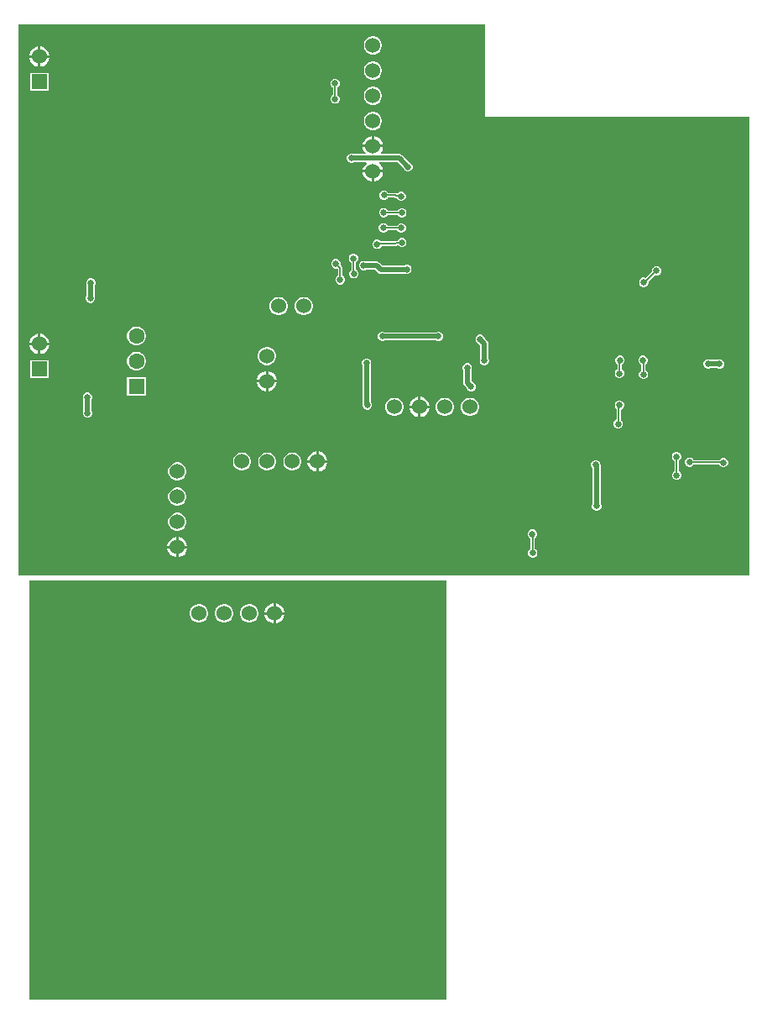
<source format=gbl>
G04*
G04 #@! TF.GenerationSoftware,Altium Limited,Altium Designer,22.9.1 (49)*
G04*
G04 Layer_Physical_Order=2*
G04 Layer_Color=16711680*
%FSLAX44Y44*%
%MOMM*%
G71*
G04*
G04 #@! TF.SameCoordinates,0914E3C7-33D6-4C2E-B1A8-6EB065383EFC*
G04*
G04*
G04 #@! TF.FilePolarity,Positive*
G04*
G01*
G75*
%ADD10C,0.1524*%
%ADD14C,0.5080*%
%ADD138C,1.5240*%
%ADD139O,0.8128X1.3000*%
%ADD140O,1.5500X0.8128*%
%ADD141R,1.5240X1.5240*%
%ADD142C,1.6000*%
%ADD143R,1.6000X1.6000*%
%ADD144C,0.6350*%
%ADD145C,0.5588*%
%ADD146C,0.5000*%
G36*
X436314Y430530D02*
Y9710D01*
X15240D01*
X15240Y10980D01*
Y431800D01*
X436314D01*
X436314Y430530D01*
D02*
G37*
G36*
X474980Y899160D02*
X741680D01*
Y436880D01*
X4144D01*
Y992876D01*
X474980D01*
Y899160D01*
D02*
G37*
%LPC*%
G36*
X263974Y409194D02*
X263906D01*
Y400304D01*
X272796D01*
Y400372D01*
X272104Y402956D01*
X270766Y405272D01*
X268874Y407164D01*
X266558Y408502D01*
X263974Y409194D01*
D02*
G37*
G36*
X261366D02*
X261298D01*
X258714Y408502D01*
X256398Y407164D01*
X254506Y405272D01*
X253168Y402956D01*
X252476Y400372D01*
Y400304D01*
X261366D01*
Y409194D01*
D02*
G37*
G36*
X238440Y408178D02*
X236032D01*
X233706Y407555D01*
X231621Y406351D01*
X229919Y404649D01*
X228715Y402564D01*
X228092Y400238D01*
Y397830D01*
X228715Y395504D01*
X229919Y393419D01*
X231621Y391717D01*
X233706Y390513D01*
X236032Y389890D01*
X238440D01*
X240765Y390513D01*
X242850Y391717D01*
X244553Y393419D01*
X245757Y395504D01*
X246380Y397830D01*
Y400238D01*
X245757Y402564D01*
X244553Y404649D01*
X242850Y406351D01*
X240765Y407555D01*
X238440Y408178D01*
D02*
G37*
G36*
X213040D02*
X210632D01*
X208307Y407555D01*
X206222Y406351D01*
X204519Y404649D01*
X203315Y402564D01*
X202692Y400238D01*
Y397830D01*
X203315Y395504D01*
X204519Y393419D01*
X206222Y391717D01*
X208307Y390513D01*
X210632Y389890D01*
X213040D01*
X215366Y390513D01*
X217451Y391717D01*
X219153Y393419D01*
X220357Y395504D01*
X220980Y397830D01*
Y400238D01*
X220357Y402564D01*
X219153Y404649D01*
X217451Y406351D01*
X215366Y407555D01*
X213040Y408178D01*
D02*
G37*
G36*
X187640D02*
X185232D01*
X182906Y407555D01*
X180821Y406351D01*
X179119Y404649D01*
X177915Y402564D01*
X177292Y400238D01*
Y397830D01*
X177915Y395504D01*
X179119Y393419D01*
X180821Y391717D01*
X182906Y390513D01*
X185232Y389890D01*
X187640D01*
X189965Y390513D01*
X192050Y391717D01*
X193753Y393419D01*
X194957Y395504D01*
X195580Y397830D01*
Y400238D01*
X194957Y402564D01*
X193753Y404649D01*
X192050Y406351D01*
X189965Y407555D01*
X187640Y408178D01*
D02*
G37*
G36*
X272796Y397764D02*
X263906D01*
Y388874D01*
X263974D01*
X266558Y389566D01*
X268874Y390904D01*
X270766Y392796D01*
X272104Y395112D01*
X272796Y397696D01*
Y397764D01*
D02*
G37*
G36*
X261366D02*
X252476D01*
Y397696D01*
X253168Y395112D01*
X254506Y392796D01*
X256398Y390904D01*
X258714Y389566D01*
X261298Y388874D01*
X261366D01*
Y397764D01*
D02*
G37*
G36*
X363154Y980694D02*
X360746D01*
X358420Y980071D01*
X356335Y978867D01*
X354633Y977165D01*
X353429Y975079D01*
X352806Y972754D01*
Y970346D01*
X353429Y968020D01*
X354633Y965936D01*
X356335Y964233D01*
X358420Y963029D01*
X360746Y962406D01*
X363154D01*
X365480Y963029D01*
X367565Y964233D01*
X369267Y965936D01*
X370471Y968020D01*
X371094Y970346D01*
Y972754D01*
X370471Y975079D01*
X369267Y977165D01*
X367565Y978867D01*
X365480Y980071D01*
X363154Y980694D01*
D02*
G37*
G36*
X26738Y970280D02*
X26670D01*
Y961390D01*
X35560D01*
Y961458D01*
X34868Y964042D01*
X33530Y966358D01*
X31638Y968250D01*
X29322Y969588D01*
X26738Y970280D01*
D02*
G37*
G36*
X24130D02*
X24062D01*
X21478Y969588D01*
X19162Y968250D01*
X17270Y966358D01*
X15932Y964042D01*
X15240Y961458D01*
Y961390D01*
X24130D01*
Y970280D01*
D02*
G37*
G36*
X35560Y958850D02*
X26670D01*
Y949960D01*
X26738D01*
X29322Y950652D01*
X31638Y951990D01*
X33530Y953882D01*
X34868Y956198D01*
X35560Y958782D01*
Y958850D01*
D02*
G37*
G36*
X24130D02*
X15240D01*
Y958782D01*
X15932Y956198D01*
X17270Y953882D01*
X19162Y951990D01*
X21478Y950652D01*
X24062Y949960D01*
X24130D01*
Y958850D01*
D02*
G37*
G36*
X363154Y955294D02*
X360746D01*
X358420Y954671D01*
X356335Y953467D01*
X354633Y951765D01*
X353429Y949679D01*
X352806Y947354D01*
Y944946D01*
X353429Y942620D01*
X354633Y940536D01*
X356335Y938833D01*
X358420Y937629D01*
X360746Y937006D01*
X363154D01*
X365480Y937629D01*
X367565Y938833D01*
X369267Y940536D01*
X370471Y942620D01*
X371094Y944946D01*
Y947354D01*
X370471Y949679D01*
X369267Y951765D01*
X367565Y953467D01*
X365480Y954671D01*
X363154Y955294D01*
D02*
G37*
G36*
X34544Y943864D02*
X16256D01*
Y925576D01*
X34544D01*
Y943864D01*
D02*
G37*
G36*
X324685Y937699D02*
X322815D01*
X321088Y936984D01*
X319766Y935662D01*
X319051Y933935D01*
Y932065D01*
X319766Y930338D01*
X321088Y929016D01*
X321443Y928869D01*
Y921564D01*
X321135Y921437D01*
X319813Y920115D01*
X319098Y918388D01*
Y916518D01*
X319813Y914791D01*
X321135Y913469D01*
X322862Y912754D01*
X324732D01*
X326459Y913469D01*
X327781Y914791D01*
X328496Y916518D01*
Y918388D01*
X327781Y920115D01*
X326459Y921437D01*
X326104Y921583D01*
Y928889D01*
X326412Y929016D01*
X327734Y930338D01*
X328449Y932065D01*
Y933935D01*
X327734Y935662D01*
X326412Y936984D01*
X324685Y937699D01*
D02*
G37*
G36*
X363154Y929894D02*
X360746D01*
X358420Y929271D01*
X356335Y928067D01*
X354633Y926365D01*
X353429Y924279D01*
X352806Y921954D01*
Y919546D01*
X353429Y917221D01*
X354633Y915135D01*
X356335Y913433D01*
X358420Y912229D01*
X360746Y911606D01*
X363154D01*
X365480Y912229D01*
X367565Y913433D01*
X369267Y915135D01*
X370471Y917221D01*
X371094Y919546D01*
Y921954D01*
X370471Y924279D01*
X369267Y926365D01*
X367565Y928067D01*
X365480Y929271D01*
X363154Y929894D01*
D02*
G37*
G36*
Y904494D02*
X360746D01*
X358420Y903871D01*
X356335Y902667D01*
X354633Y900965D01*
X353429Y898879D01*
X352806Y896554D01*
Y894146D01*
X353429Y891821D01*
X354633Y889735D01*
X356335Y888033D01*
X358420Y886829D01*
X360746Y886206D01*
X363154D01*
X365480Y886829D01*
X367565Y888033D01*
X369267Y889735D01*
X370471Y891821D01*
X371094Y894146D01*
Y896554D01*
X370471Y898879D01*
X369267Y900965D01*
X367565Y902667D01*
X365480Y903871D01*
X363154Y904494D01*
D02*
G37*
G36*
X363288Y880110D02*
X363220D01*
Y871220D01*
X372110D01*
Y871288D01*
X371418Y873872D01*
X370080Y876188D01*
X368188Y878080D01*
X365872Y879418D01*
X363288Y880110D01*
D02*
G37*
G36*
X360680D02*
X360612D01*
X358028Y879418D01*
X355712Y878080D01*
X353820Y876188D01*
X352482Y873872D01*
X351790Y871288D01*
Y871220D01*
X360680D01*
Y880110D01*
D02*
G37*
G36*
X372110Y868680D02*
X361950D01*
X351790D01*
Y868612D01*
X352482Y866028D01*
X353820Y863712D01*
X354478Y863054D01*
X353991Y861881D01*
X342763D01*
X341422Y862436D01*
X339552D01*
X337825Y861721D01*
X336503Y860399D01*
X335788Y858672D01*
Y856803D01*
X336503Y855075D01*
X337825Y853754D01*
X339552Y853038D01*
X341422D01*
X342763Y853594D01*
X354851D01*
X355355Y852324D01*
X353820Y850788D01*
X352482Y848472D01*
X351790Y845888D01*
Y845820D01*
X361950D01*
X372110D01*
Y845888D01*
X371418Y848472D01*
X370080Y850788D01*
X368282Y852586D01*
X368325Y853000D01*
X368691Y853856D01*
X386707D01*
X392892Y847671D01*
X393447Y846331D01*
X394769Y845009D01*
X396496Y844293D01*
X398366D01*
X400093Y845009D01*
X401415Y846331D01*
X402130Y848058D01*
Y849927D01*
X401415Y851654D01*
X400093Y852976D01*
X398752Y853531D01*
X391353Y860930D01*
X390009Y861828D01*
X388423Y862144D01*
X370171D01*
X369685Y863317D01*
X370080Y863712D01*
X371418Y866028D01*
X372110Y868612D01*
Y868680D01*
D02*
G37*
G36*
Y843280D02*
X363220D01*
Y834390D01*
X363288D01*
X365872Y835082D01*
X368188Y836420D01*
X370080Y838312D01*
X371418Y840628D01*
X372110Y843212D01*
Y843280D01*
D02*
G37*
G36*
X360680D02*
X351790D01*
Y843212D01*
X352482Y840628D01*
X353820Y838312D01*
X355712Y836420D01*
X358028Y835082D01*
X360612Y834390D01*
X360680D01*
Y843280D01*
D02*
G37*
G36*
X374061Y825119D02*
X372191D01*
X370464Y824404D01*
X369142Y823082D01*
X368427Y821355D01*
Y819485D01*
X369142Y817758D01*
X370464Y816436D01*
X372191Y815721D01*
X374061D01*
X375788Y816436D01*
X377110Y817758D01*
X377247Y818089D01*
X383226D01*
X383305Y818010D01*
X384061Y817505D01*
X384953Y817327D01*
X386135D01*
X386430Y816615D01*
X387752Y815293D01*
X389479Y814578D01*
X391349D01*
X393076Y815293D01*
X394398Y816615D01*
X395113Y818342D01*
Y820212D01*
X394398Y821939D01*
X393076Y823261D01*
X391349Y823976D01*
X389479D01*
X387752Y823261D01*
X386480Y821989D01*
X385919D01*
X385839Y822068D01*
X385083Y822573D01*
X384191Y822751D01*
X377247D01*
X377110Y823082D01*
X375788Y824404D01*
X374061Y825119D01*
D02*
G37*
G36*
X373807Y807593D02*
X371937D01*
X370210Y806878D01*
X368888Y805556D01*
X368173Y803829D01*
Y801959D01*
X368888Y800232D01*
X370210Y798910D01*
X371937Y798195D01*
X373807D01*
X375534Y798910D01*
X376856Y800232D01*
X376940Y800436D01*
X386987D01*
X387176Y799978D01*
X388498Y798656D01*
X390225Y797941D01*
X392095D01*
X393822Y798656D01*
X395144Y799978D01*
X395859Y801705D01*
Y803575D01*
X395144Y805302D01*
X393822Y806624D01*
X392095Y807339D01*
X390225D01*
X388498Y806624D01*
X387176Y805302D01*
X387092Y805098D01*
X377045D01*
X376856Y805556D01*
X375534Y806878D01*
X373807Y807593D01*
D02*
G37*
G36*
X373553Y792353D02*
X371683D01*
X369956Y791638D01*
X368634Y790316D01*
X367919Y788589D01*
Y786719D01*
X368634Y784992D01*
X369956Y783670D01*
X371683Y782955D01*
X373553D01*
X375280Y783670D01*
X376602Y784992D01*
X376686Y785196D01*
X386479D01*
X386668Y784738D01*
X387990Y783416D01*
X389717Y782701D01*
X391587D01*
X393314Y783416D01*
X394636Y784738D01*
X395351Y786465D01*
Y788335D01*
X394636Y790062D01*
X393314Y791384D01*
X391587Y792099D01*
X389717D01*
X387990Y791384D01*
X386668Y790062D01*
X386584Y789858D01*
X376791D01*
X376602Y790316D01*
X375280Y791638D01*
X373553Y792353D01*
D02*
G37*
G36*
X392055Y777454D02*
X390185D01*
X388458Y776739D01*
X387136Y775417D01*
X386805Y774618D01*
X385654D01*
X384762Y774440D01*
X384006Y773935D01*
X383927Y773856D01*
X369821D01*
X368803Y774874D01*
X367076Y775589D01*
X365206D01*
X363479Y774874D01*
X362157Y773552D01*
X361442Y771825D01*
Y769955D01*
X362157Y768228D01*
X363479Y766906D01*
X365206Y766191D01*
X367076D01*
X368803Y766906D01*
X370125Y768228D01*
X370525Y769194D01*
X384892D01*
X385784Y769372D01*
X386540Y769877D01*
X386620Y769956D01*
X387273D01*
X388458Y768771D01*
X390185Y768056D01*
X392055D01*
X393782Y768771D01*
X395104Y770093D01*
X395819Y771820D01*
Y773690D01*
X395104Y775417D01*
X393782Y776739D01*
X392055Y777454D01*
D02*
G37*
G36*
X353614Y754253D02*
X351744D01*
X350017Y753538D01*
X348695Y752216D01*
X347980Y750489D01*
Y748619D01*
X348695Y746892D01*
X350017Y745570D01*
X351744Y744855D01*
X353614D01*
X354954Y745410D01*
X363860D01*
X366964Y742306D01*
X368308Y741408D01*
X369894Y741092D01*
X393604D01*
X394693Y741309D01*
X395315Y741051D01*
X397185D01*
X398912Y741766D01*
X400234Y743088D01*
X400949Y744815D01*
Y746685D01*
X400234Y748412D01*
X398912Y749734D01*
X397185Y750449D01*
X395315D01*
X393588Y749734D01*
X393234Y749380D01*
X371611D01*
X368506Y752484D01*
X367162Y753382D01*
X365576Y753698D01*
X354954D01*
X353614Y754253D01*
D02*
G37*
G36*
X649088Y748918D02*
X647218D01*
X645491Y748202D01*
X644169Y746881D01*
X643454Y745154D01*
Y743533D01*
X637023Y737102D01*
X636185Y737449D01*
X634315D01*
X632588Y736734D01*
X631266Y735412D01*
X630551Y733685D01*
Y731815D01*
X631266Y730088D01*
X632588Y728766D01*
X634315Y728051D01*
X636185D01*
X637912Y728766D01*
X639234Y730088D01*
X639949Y731815D01*
Y733436D01*
X646380Y739867D01*
X647218Y739520D01*
X649088D01*
X650815Y740235D01*
X652136Y741557D01*
X652852Y743284D01*
Y745154D01*
X652136Y746881D01*
X650815Y748202D01*
X649088Y748918D01*
D02*
G37*
G36*
X343185Y761492D02*
X341315D01*
X339588Y760777D01*
X338266Y759455D01*
X337551Y757728D01*
Y755858D01*
X338266Y754131D01*
X339588Y752809D01*
X340169Y752569D01*
Y745267D01*
X340088Y745234D01*
X338766Y743912D01*
X338051Y742185D01*
Y740315D01*
X338766Y738588D01*
X340088Y737266D01*
X341815Y736551D01*
X343685D01*
X345412Y737266D01*
X346734Y738588D01*
X347449Y740315D01*
Y742185D01*
X346734Y743912D01*
X345412Y745234D01*
X344831Y745474D01*
Y752776D01*
X344912Y752809D01*
X346234Y754131D01*
X346949Y755858D01*
Y757728D01*
X346234Y759455D01*
X344912Y760777D01*
X343185Y761492D01*
D02*
G37*
G36*
X325536Y756098D02*
X323667D01*
X321940Y755382D01*
X320618Y754061D01*
X319902Y752333D01*
Y750464D01*
X320618Y748737D01*
X321940Y747415D01*
X323667Y746700D01*
X325536D01*
X325704Y746769D01*
X326669Y745980D01*
Y739371D01*
X326338Y739234D01*
X325016Y737912D01*
X324301Y736185D01*
Y734315D01*
X325016Y732588D01*
X326338Y731266D01*
X328065Y730551D01*
X329935D01*
X331662Y731266D01*
X332984Y732588D01*
X333699Y734315D01*
Y736185D01*
X332984Y737912D01*
X331662Y739234D01*
X331331Y739371D01*
Y747000D01*
X331153Y747892D01*
X330648Y748648D01*
X329163Y750133D01*
X329300Y750464D01*
Y752333D01*
X328585Y754061D01*
X327263Y755382D01*
X325536Y756098D01*
D02*
G37*
G36*
X78405Y736854D02*
X76535D01*
X74808Y736139D01*
X73486Y734817D01*
X72771Y733090D01*
Y731220D01*
X73326Y729880D01*
Y719671D01*
X72978Y719323D01*
X72263Y717596D01*
Y715726D01*
X72978Y713999D01*
X74300Y712677D01*
X76027Y711962D01*
X77897D01*
X79624Y712677D01*
X80946Y713999D01*
X81661Y715726D01*
Y717596D01*
X81614Y717710D01*
Y729880D01*
X82169Y731220D01*
Y733090D01*
X81454Y734817D01*
X80132Y736139D01*
X78405Y736854D01*
D02*
G37*
G36*
X293304Y717804D02*
X290896D01*
X288570Y717181D01*
X286486Y715977D01*
X284783Y714275D01*
X283579Y712189D01*
X282956Y709864D01*
Y707456D01*
X283579Y705130D01*
X284783Y703046D01*
X286486Y701343D01*
X288570Y700139D01*
X290896Y699516D01*
X293304D01*
X295630Y700139D01*
X297715Y701343D01*
X299417Y703046D01*
X300621Y705130D01*
X301244Y707456D01*
Y709864D01*
X300621Y712189D01*
X299417Y714275D01*
X297715Y715977D01*
X295630Y717181D01*
X293304Y717804D01*
D02*
G37*
G36*
X267904D02*
X265496D01*
X263171Y717181D01*
X261085Y715977D01*
X259383Y714275D01*
X258179Y712189D01*
X257556Y709864D01*
Y707456D01*
X258179Y705130D01*
X259383Y703046D01*
X261085Y701343D01*
X263171Y700139D01*
X265496Y699516D01*
X267904D01*
X270229Y700139D01*
X272314Y701343D01*
X274017Y703046D01*
X275221Y705130D01*
X275844Y707456D01*
Y709864D01*
X275221Y712189D01*
X274017Y714275D01*
X272314Y715977D01*
X270229Y717181D01*
X267904Y717804D01*
D02*
G37*
G36*
X372420Y682884D02*
X370550D01*
X368823Y682169D01*
X367501Y680847D01*
X366786Y679120D01*
Y677251D01*
X367501Y675523D01*
X368823Y674202D01*
X370550Y673486D01*
X372420D01*
X373748Y674036D01*
X425714D01*
X427055Y673481D01*
X428925D01*
X430652Y674196D01*
X431974Y675518D01*
X432689Y677245D01*
Y679115D01*
X431974Y680842D01*
X430652Y682164D01*
X428925Y682879D01*
X427055D01*
X425714Y682324D01*
X373773D01*
X372420Y682884D01*
D02*
G37*
G36*
X26738Y680720D02*
X26670D01*
Y671830D01*
X35560D01*
Y671898D01*
X34868Y674482D01*
X33530Y676798D01*
X31638Y678690D01*
X29322Y680028D01*
X26738Y680720D01*
D02*
G37*
G36*
X24130D02*
X24062D01*
X21478Y680028D01*
X19162Y678690D01*
X17270Y676798D01*
X15932Y674482D01*
X15240Y671898D01*
Y671830D01*
X24130D01*
Y680720D01*
D02*
G37*
G36*
X124562Y688084D02*
X122054D01*
X119632Y687435D01*
X117460Y686181D01*
X115687Y684408D01*
X114433Y682236D01*
X113784Y679814D01*
Y677306D01*
X114433Y674884D01*
X115687Y672712D01*
X117460Y670939D01*
X119632Y669685D01*
X122054Y669036D01*
X124562D01*
X126984Y669685D01*
X129156Y670939D01*
X130929Y672712D01*
X132183Y674884D01*
X132832Y677306D01*
Y679814D01*
X132183Y682236D01*
X130929Y684408D01*
X129156Y686181D01*
X126984Y687435D01*
X124562Y688084D01*
D02*
G37*
G36*
X35560Y669290D02*
X26670D01*
Y660400D01*
X26738D01*
X29322Y661092D01*
X31638Y662430D01*
X33530Y664322D01*
X34868Y666638D01*
X35560Y669222D01*
Y669290D01*
D02*
G37*
G36*
X24130D02*
X15240D01*
Y669222D01*
X15932Y666638D01*
X17270Y664322D01*
X19162Y662430D01*
X21478Y661092D01*
X24062Y660400D01*
X24130D01*
Y669290D01*
D02*
G37*
G36*
X256220Y667512D02*
X253812D01*
X251486Y666889D01*
X249401Y665685D01*
X247699Y663982D01*
X246495Y661898D01*
X245872Y659572D01*
Y657164D01*
X246495Y654838D01*
X247699Y652754D01*
X249401Y651051D01*
X251486Y649847D01*
X253812Y649224D01*
X256220D01*
X258545Y649847D01*
X260630Y651051D01*
X262333Y652754D01*
X263537Y654838D01*
X264160Y657164D01*
Y659572D01*
X263537Y661898D01*
X262333Y663982D01*
X260630Y665685D01*
X258545Y666889D01*
X256220Y667512D01*
D02*
G37*
G36*
X471089Y680085D02*
X469219D01*
X467492Y679370D01*
X466170Y678048D01*
X465455Y676321D01*
Y674451D01*
X466170Y672724D01*
X467492Y671402D01*
X468246Y671090D01*
X470172Y669165D01*
Y655999D01*
X469616Y654658D01*
Y652788D01*
X470332Y651061D01*
X471654Y649739D01*
X473381Y649024D01*
X475250D01*
X476977Y649739D01*
X478299Y651061D01*
X479014Y652788D01*
Y654658D01*
X478459Y655999D01*
Y670881D01*
X478144Y672467D01*
X477245Y673811D01*
X474853Y676203D01*
Y676321D01*
X474138Y678048D01*
X472816Y679370D01*
X471089Y680085D01*
D02*
G37*
G36*
X700959Y655193D02*
X699089D01*
X697362Y654478D01*
X696040Y653156D01*
X695325Y651429D01*
Y649559D01*
X696040Y647832D01*
X697362Y646510D01*
X699089Y645795D01*
X700959D01*
X701993Y646223D01*
X709126D01*
X710773Y645541D01*
X712643D01*
X714370Y646256D01*
X715692Y647578D01*
X716407Y649305D01*
Y651175D01*
X715692Y652902D01*
X714370Y654224D01*
X712643Y654939D01*
X710773D01*
X709739Y654511D01*
X702606D01*
X700959Y655193D01*
D02*
G37*
G36*
X124562Y662684D02*
X122054D01*
X119632Y662035D01*
X117460Y660781D01*
X115687Y659008D01*
X114433Y656836D01*
X113784Y654414D01*
Y651906D01*
X114433Y649484D01*
X115687Y647312D01*
X117460Y645539D01*
X119632Y644285D01*
X122054Y643636D01*
X124562D01*
X126984Y644285D01*
X129156Y645539D01*
X130929Y647312D01*
X132183Y649484D01*
X132832Y651906D01*
Y654414D01*
X132183Y656836D01*
X130929Y659008D01*
X129156Y660781D01*
X126984Y662035D01*
X124562Y662684D01*
D02*
G37*
G36*
X612059Y658811D02*
X610189D01*
X608462Y658096D01*
X607140Y656774D01*
X606425Y655047D01*
Y653178D01*
X607140Y651451D01*
X608462Y650129D01*
X608539Y650097D01*
Y645068D01*
X607954Y644826D01*
X606632Y643504D01*
X605917Y641777D01*
Y639907D01*
X606632Y638180D01*
X607954Y636858D01*
X609681Y636143D01*
X611551D01*
X613278Y636858D01*
X614600Y638180D01*
X615315Y639907D01*
Y641777D01*
X614600Y643504D01*
X613278Y644826D01*
X613201Y644857D01*
Y649886D01*
X613786Y650129D01*
X615108Y651451D01*
X615823Y653178D01*
Y655047D01*
X615108Y656774D01*
X613786Y658096D01*
X612059Y658811D01*
D02*
G37*
G36*
X34544Y654304D02*
X16256D01*
Y636016D01*
X34544D01*
Y654304D01*
D02*
G37*
G36*
X635427Y658811D02*
X633557D01*
X631830Y658096D01*
X630508Y656774D01*
X629793Y655047D01*
Y653178D01*
X630508Y651451D01*
X631830Y650129D01*
X632415Y649886D01*
Y643841D01*
X632338Y643810D01*
X631016Y642488D01*
X630301Y640761D01*
Y638891D01*
X631016Y637164D01*
X632338Y635842D01*
X634065Y635127D01*
X635935D01*
X637662Y635842D01*
X638984Y637164D01*
X639699Y638891D01*
Y640761D01*
X638984Y642488D01*
X637662Y643810D01*
X637077Y644052D01*
Y650097D01*
X637154Y650129D01*
X638476Y651451D01*
X639191Y653178D01*
Y655047D01*
X638476Y656774D01*
X637154Y658096D01*
X635427Y658811D01*
D02*
G37*
G36*
X256354Y643128D02*
X256286D01*
Y634238D01*
X265176D01*
Y634306D01*
X264484Y636890D01*
X263146Y639206D01*
X261254Y641098D01*
X258938Y642436D01*
X256354Y643128D01*
D02*
G37*
G36*
X253746D02*
X253678D01*
X251094Y642436D01*
X248778Y641098D01*
X246886Y639206D01*
X245548Y636890D01*
X244856Y634306D01*
Y634238D01*
X253746D01*
Y643128D01*
D02*
G37*
G36*
X265176Y631698D02*
X256286D01*
Y622808D01*
X256354D01*
X258938Y623500D01*
X261254Y624838D01*
X263146Y626730D01*
X264484Y629046D01*
X265176Y631630D01*
Y631698D01*
D02*
G37*
G36*
X253746D02*
X244856D01*
Y631630D01*
X245548Y629046D01*
X246886Y626730D01*
X248778Y624838D01*
X251094Y623500D01*
X253678Y622808D01*
X253746D01*
Y631698D01*
D02*
G37*
G36*
X458135Y651129D02*
X456265D01*
X454538Y650414D01*
X453216Y649092D01*
X452501Y647365D01*
Y645495D01*
X453056Y644155D01*
Y631534D01*
X453372Y629948D01*
X454270Y628604D01*
X456311Y626563D01*
Y626445D01*
X457026Y624718D01*
X458348Y623396D01*
X460075Y622681D01*
X461945D01*
X463672Y623396D01*
X464994Y624718D01*
X465709Y626445D01*
Y628315D01*
X464994Y630042D01*
X463672Y631364D01*
X462918Y631676D01*
X461344Y633250D01*
Y644155D01*
X461899Y645495D01*
Y647365D01*
X461184Y649092D01*
X459862Y650414D01*
X458135Y651129D01*
D02*
G37*
G36*
X132832Y637284D02*
X113784D01*
Y618236D01*
X132832D01*
Y637284D01*
D02*
G37*
G36*
X410278Y617220D02*
X410210D01*
Y608330D01*
X419100D01*
Y608398D01*
X418408Y610982D01*
X417070Y613298D01*
X415178Y615190D01*
X412862Y616528D01*
X410278Y617220D01*
D02*
G37*
G36*
X407670D02*
X407602D01*
X405018Y616528D01*
X402702Y615190D01*
X400810Y613298D01*
X399472Y610982D01*
X398780Y608398D01*
Y608330D01*
X407670D01*
Y617220D01*
D02*
G37*
G36*
X356535Y655903D02*
X354665D01*
X352938Y655187D01*
X351616Y653865D01*
X350901Y652138D01*
Y650269D01*
X351456Y648928D01*
Y610200D01*
X351622Y609366D01*
Y608200D01*
X352337Y606473D01*
X353659Y605151D01*
X355386Y604436D01*
X357256D01*
X358983Y605151D01*
X360305Y606473D01*
X361020Y608200D01*
Y610070D01*
X360305Y611797D01*
X359744Y612358D01*
Y648928D01*
X360299Y650269D01*
Y652138D01*
X359584Y653865D01*
X358262Y655187D01*
X356535Y655903D01*
D02*
G37*
G36*
X460944Y616204D02*
X458536D01*
X456211Y615581D01*
X454126Y614377D01*
X452423Y612674D01*
X451219Y610589D01*
X450596Y608264D01*
Y605856D01*
X451219Y603531D01*
X452423Y601446D01*
X454126Y599743D01*
X456211Y598539D01*
X458536Y597916D01*
X460944D01*
X463270Y598539D01*
X465354Y599743D01*
X467057Y601446D01*
X468261Y603531D01*
X468884Y605856D01*
Y608264D01*
X468261Y610589D01*
X467057Y612674D01*
X465354Y614377D01*
X463270Y615581D01*
X460944Y616204D01*
D02*
G37*
G36*
X435544D02*
X433136D01*
X430811Y615581D01*
X428726Y614377D01*
X427023Y612674D01*
X425819Y610589D01*
X425196Y608264D01*
Y605856D01*
X425819Y603531D01*
X427023Y601446D01*
X428726Y599743D01*
X430811Y598539D01*
X433136Y597916D01*
X435544D01*
X437869Y598539D01*
X439954Y599743D01*
X441657Y601446D01*
X442861Y603531D01*
X443484Y605856D01*
Y608264D01*
X442861Y610589D01*
X441657Y612674D01*
X439954Y614377D01*
X437869Y615581D01*
X435544Y616204D01*
D02*
G37*
G36*
X384744D02*
X382336D01*
X380010Y615581D01*
X377925Y614377D01*
X376223Y612674D01*
X375019Y610589D01*
X374396Y608264D01*
Y605856D01*
X375019Y603531D01*
X376223Y601446D01*
X377925Y599743D01*
X380010Y598539D01*
X382336Y597916D01*
X384744D01*
X387070Y598539D01*
X389155Y599743D01*
X390857Y601446D01*
X392061Y603531D01*
X392684Y605856D01*
Y608264D01*
X392061Y610589D01*
X390857Y612674D01*
X389155Y614377D01*
X387070Y615581D01*
X384744Y616204D01*
D02*
G37*
G36*
X419100Y605790D02*
X410210D01*
Y596900D01*
X410278D01*
X412862Y597592D01*
X415178Y598930D01*
X417070Y600822D01*
X418408Y603138D01*
X419100Y605722D01*
Y605790D01*
D02*
G37*
G36*
X407670D02*
X398780D01*
Y605722D01*
X399472Y603138D01*
X400810Y600822D01*
X402702Y598930D01*
X405018Y597592D01*
X407602Y596900D01*
X407670D01*
Y605790D01*
D02*
G37*
G36*
X74849Y621411D02*
X72979D01*
X71252Y620696D01*
X69930Y619374D01*
X69215Y617647D01*
Y615777D01*
X69897Y614130D01*
Y602933D01*
X69469Y601899D01*
Y600029D01*
X70184Y598302D01*
X71506Y596980D01*
X73233Y596265D01*
X75103D01*
X76830Y596980D01*
X78152Y598302D01*
X78867Y600029D01*
Y601899D01*
X78185Y603546D01*
Y614743D01*
X78613Y615777D01*
Y617647D01*
X77898Y619374D01*
X76576Y620696D01*
X74849Y621411D01*
D02*
G37*
G36*
X611551Y613537D02*
X609681D01*
X607954Y612822D01*
X606632Y611500D01*
X605917Y609773D01*
Y607903D01*
X606632Y606176D01*
X607650Y605158D01*
Y594426D01*
X606684Y594026D01*
X605362Y592704D01*
X604647Y590977D01*
Y589107D01*
X605362Y587380D01*
X606684Y586058D01*
X608411Y585343D01*
X610281D01*
X612008Y586058D01*
X613330Y587380D01*
X614045Y589107D01*
Y590977D01*
X613330Y592704D01*
X612312Y593722D01*
Y604454D01*
X613278Y604854D01*
X614600Y606176D01*
X615315Y607903D01*
Y609773D01*
X614600Y611500D01*
X613278Y612822D01*
X611551Y613537D01*
D02*
G37*
G36*
X307338Y562214D02*
X307270D01*
Y553324D01*
X316160D01*
Y553391D01*
X315468Y555975D01*
X314130Y558292D01*
X312239Y560184D01*
X309922Y561521D01*
X307338Y562214D01*
D02*
G37*
G36*
X304730D02*
X304663D01*
X302079Y561521D01*
X299762Y560184D01*
X297870Y558292D01*
X296533Y555975D01*
X295840Y553391D01*
Y553324D01*
X304730D01*
Y562214D01*
D02*
G37*
G36*
X682417Y556088D02*
X680547D01*
X678820Y555373D01*
X677498Y554051D01*
X676783Y552324D01*
Y550454D01*
X677498Y548727D01*
X678820Y547406D01*
X680547Y546690D01*
X682417D01*
X684144Y547406D01*
X685466Y548727D01*
X685507Y548827D01*
X711428D01*
X711661Y548264D01*
X712983Y546942D01*
X714710Y546227D01*
X716580D01*
X718307Y546942D01*
X719629Y548264D01*
X720344Y549991D01*
Y551861D01*
X719629Y553588D01*
X718307Y554910D01*
X716580Y555625D01*
X714710D01*
X712983Y554910D01*
X711661Y553588D01*
X711620Y553488D01*
X685699D01*
X685466Y554051D01*
X684144Y555373D01*
X682417Y556088D01*
D02*
G37*
G36*
X281804Y561198D02*
X279396D01*
X277071Y560574D01*
X274986Y559371D01*
X273283Y557668D01*
X272080Y555583D01*
X271456Y553257D01*
Y550850D01*
X272080Y548524D01*
X273283Y546439D01*
X274986Y544737D01*
X277071Y543533D01*
X279396Y542910D01*
X281804D01*
X284130Y543533D01*
X286215Y544737D01*
X287917Y546439D01*
X289121Y548524D01*
X289744Y550850D01*
Y553257D01*
X289121Y555583D01*
X287917Y557668D01*
X286215Y559371D01*
X284130Y560574D01*
X281804Y561198D01*
D02*
G37*
G36*
X256404D02*
X253997D01*
X251671Y560574D01*
X249586Y559371D01*
X247883Y557668D01*
X246679Y555583D01*
X246056Y553257D01*
Y550850D01*
X246679Y548524D01*
X247883Y546439D01*
X249586Y544737D01*
X251671Y543533D01*
X253997Y542910D01*
X256404D01*
X258730Y543533D01*
X260815Y544737D01*
X262517Y546439D01*
X263721Y548524D01*
X264344Y550850D01*
Y553257D01*
X263721Y555583D01*
X262517Y557668D01*
X260815Y559371D01*
X258730Y560574D01*
X256404Y561198D01*
D02*
G37*
G36*
X231004D02*
X228596D01*
X226271Y560574D01*
X224186Y559371D01*
X222483Y557668D01*
X221280Y555583D01*
X220656Y553257D01*
Y550850D01*
X221280Y548524D01*
X222483Y546439D01*
X224186Y544737D01*
X226271Y543533D01*
X228596Y542910D01*
X231004D01*
X233330Y543533D01*
X235415Y544737D01*
X237117Y546439D01*
X238321Y548524D01*
X238944Y550850D01*
Y553257D01*
X238321Y555583D01*
X237117Y557668D01*
X235415Y559371D01*
X233330Y560574D01*
X231004Y561198D01*
D02*
G37*
G36*
X316160Y550784D02*
X307270D01*
Y541894D01*
X307338D01*
X309922Y542586D01*
X312239Y543924D01*
X314130Y545815D01*
X315468Y548132D01*
X316160Y550716D01*
Y550784D01*
D02*
G37*
G36*
X304730D02*
X295840D01*
Y550716D01*
X296533Y548132D01*
X297870Y545815D01*
X299762Y543924D01*
X302079Y542586D01*
X304663Y541894D01*
X304730D01*
Y550784D01*
D02*
G37*
G36*
X669190Y561642D02*
X667320D01*
X665593Y560926D01*
X664271Y559604D01*
X663556Y557877D01*
Y556008D01*
X664271Y554281D01*
X665593Y552959D01*
X666061Y552766D01*
Y542290D01*
X665866Y542210D01*
X664544Y540888D01*
X663829Y539161D01*
Y537291D01*
X664544Y535564D01*
X665866Y534242D01*
X667593Y533527D01*
X669463D01*
X671190Y534242D01*
X672512Y535564D01*
X673227Y537291D01*
Y539161D01*
X672512Y540888D01*
X671190Y542210D01*
X670722Y542403D01*
Y552878D01*
X670917Y552959D01*
X672239Y554281D01*
X672954Y556008D01*
Y557877D01*
X672239Y559604D01*
X670917Y560926D01*
X669190Y561642D01*
D02*
G37*
G36*
X165796Y551180D02*
X163388D01*
X161063Y550557D01*
X158977Y549353D01*
X157275Y547650D01*
X156071Y545565D01*
X155448Y543240D01*
Y540832D01*
X156071Y538507D01*
X157275Y536422D01*
X158977Y534719D01*
X161063Y533515D01*
X163388Y532892D01*
X165796D01*
X168121Y533515D01*
X170207Y534719D01*
X171909Y536422D01*
X173113Y538507D01*
X173736Y540832D01*
Y543240D01*
X173113Y545565D01*
X171909Y547650D01*
X170207Y549353D01*
X168121Y550557D01*
X165796Y551180D01*
D02*
G37*
G36*
Y525780D02*
X163388D01*
X161063Y525157D01*
X158977Y523953D01*
X157275Y522251D01*
X156071Y520165D01*
X155448Y517840D01*
Y515432D01*
X156071Y513106D01*
X157275Y511021D01*
X158977Y509319D01*
X161063Y508115D01*
X163388Y507492D01*
X165796D01*
X168121Y508115D01*
X170207Y509319D01*
X171909Y511021D01*
X173113Y513106D01*
X173736Y515432D01*
Y517840D01*
X173113Y520165D01*
X171909Y522251D01*
X170207Y523953D01*
X168121Y525157D01*
X165796Y525780D01*
D02*
G37*
G36*
X587675Y553455D02*
X585805D01*
X584078Y552740D01*
X582756Y551418D01*
X582041Y549691D01*
Y547822D01*
X582756Y546095D01*
X583531Y545320D01*
Y509386D01*
X582976Y508046D01*
Y506176D01*
X583691Y504449D01*
X585013Y503127D01*
X586740Y502412D01*
X588609D01*
X590336Y503127D01*
X591658Y504449D01*
X592374Y506176D01*
Y508046D01*
X591818Y509386D01*
Y547478D01*
X591503Y549064D01*
X591439Y549159D01*
Y549691D01*
X590724Y551418D01*
X589402Y552740D01*
X587675Y553455D01*
D02*
G37*
G36*
X165796Y500380D02*
X163388D01*
X161063Y499757D01*
X158977Y498553D01*
X157275Y496851D01*
X156071Y494766D01*
X155448Y492440D01*
Y490032D01*
X156071Y487706D01*
X157275Y485621D01*
X158977Y483919D01*
X161063Y482715D01*
X163388Y482092D01*
X165796D01*
X168121Y482715D01*
X170207Y483919D01*
X171909Y485621D01*
X173113Y487706D01*
X173736Y490032D01*
Y492440D01*
X173113Y494766D01*
X171909Y496851D01*
X170207Y498553D01*
X168121Y499757D01*
X165796Y500380D01*
D02*
G37*
G36*
X165930Y475996D02*
X165862D01*
Y467106D01*
X174752D01*
Y467174D01*
X174060Y469758D01*
X172722Y472074D01*
X170830Y473966D01*
X168514Y475304D01*
X165930Y475996D01*
D02*
G37*
G36*
X163322D02*
X163254D01*
X160670Y475304D01*
X158354Y473966D01*
X156462Y472074D01*
X155124Y469758D01*
X154432Y467174D01*
Y467106D01*
X163322D01*
Y475996D01*
D02*
G37*
G36*
X174752Y464566D02*
X165862D01*
Y455676D01*
X165930D01*
X168514Y456368D01*
X170830Y457706D01*
X172722Y459598D01*
X174060Y461914D01*
X174752Y464498D01*
Y464566D01*
D02*
G37*
G36*
X163322D02*
X154432D01*
Y464498D01*
X155124Y461914D01*
X156462Y459598D01*
X158354Y457706D01*
X160670Y456368D01*
X163254Y455676D01*
X163322D01*
Y464566D01*
D02*
G37*
G36*
X523794Y483489D02*
X521924D01*
X520197Y482774D01*
X518875Y481452D01*
X518160Y479725D01*
Y477855D01*
X518875Y476128D01*
X520197Y474806D01*
X520719Y474590D01*
Y463782D01*
X520578Y463724D01*
X519256Y462402D01*
X518541Y460675D01*
Y458805D01*
X519256Y457078D01*
X520578Y455756D01*
X522305Y455041D01*
X524175D01*
X525902Y455756D01*
X527224Y457078D01*
X527939Y458805D01*
Y460675D01*
X527224Y462402D01*
X525902Y463724D01*
X525380Y463940D01*
Y474748D01*
X525521Y474806D01*
X526843Y476128D01*
X527558Y477855D01*
Y479725D01*
X526843Y481452D01*
X525521Y482774D01*
X523794Y483489D01*
D02*
G37*
%LPD*%
D10*
X681482Y551389D02*
X681713Y551157D01*
X715414D02*
X715645Y550926D01*
X681713Y551157D02*
X715414D01*
X635250Y732750D02*
X635967D01*
X647436Y744219D02*
X648153D01*
X635967Y732750D02*
X647436Y744219D01*
X323750Y933000D02*
X323773Y932977D01*
Y917477D02*
X323797Y917453D01*
X323773Y917477D02*
Y932977D01*
X384953Y819658D02*
X390033D01*
X390414Y819277D01*
X384191Y820420D02*
X384953Y819658D01*
X342500Y741500D02*
X342750Y741250D01*
X342250Y756793D02*
X342500Y756543D01*
Y741500D02*
Y756543D01*
X324601Y751399D02*
X329000Y747000D01*
Y735250D02*
Y747000D01*
X372999Y802767D02*
X391033D01*
X372872Y802894D02*
X372999Y802767D01*
X668391Y538363D02*
X668528Y538226D01*
X668391Y538363D02*
Y556806D01*
X609346Y590042D02*
X609981Y590677D01*
Y608203D01*
X610616Y608838D01*
Y640842D02*
X610870Y641096D01*
Y653858D01*
X611124Y654112D01*
X634746Y640080D02*
Y653858D01*
X634492Y654112D02*
X634746Y653858D01*
Y640080D02*
X635000Y639826D01*
X668255Y556943D02*
X668391Y556806D01*
X373126Y820420D02*
X384191D01*
X390652Y772287D02*
X391120Y772755D01*
X384892Y771525D02*
X385654Y772287D01*
X366776Y771525D02*
X384892D01*
X385654Y772287D02*
X390652D01*
X366141Y770890D02*
X366776Y771525D01*
X390525Y787527D02*
X390652Y787400D01*
X372745Y787527D02*
X390525D01*
X372618Y787654D02*
X372745Y787527D01*
X391033Y802767D02*
X391160Y802640D01*
X523050Y459930D02*
Y478600D01*
Y459930D02*
X523240Y459740D01*
X522859Y478790D02*
X523050Y478600D01*
D14*
X711581Y650367D02*
X711708Y650240D01*
X700024Y650494D02*
X700151Y650367D01*
X711581D01*
X74041Y601091D02*
Y616585D01*
X73914Y616712D02*
X74041Y616585D01*
Y601091D02*
X74168Y600964D01*
X76962Y716661D02*
Y717005D01*
X77470Y717513D01*
Y732155D01*
X388423Y858000D02*
X397431Y848992D01*
X366025Y858000D02*
X388423D01*
X340487Y857737D02*
X365762D01*
X366025Y858000D01*
X365576Y749554D02*
X369894Y745236D01*
X352679Y749554D02*
X365576D01*
X586740Y548413D02*
X587675Y547478D01*
X586740Y548413D02*
Y548756D01*
X587675Y507111D02*
Y547478D01*
X470154Y675042D02*
X474315Y670881D01*
Y653723D02*
Y670881D01*
X470154Y675042D02*
Y675386D01*
X369894Y745236D02*
X393604D01*
X355600Y610200D02*
Y651204D01*
X355600Y651204D02*
X355600Y651204D01*
X356321Y609135D02*
Y609478D01*
X355600Y610200D02*
X356321Y609478D01*
X372071Y678180D02*
X427990D01*
X372066Y678185D02*
X372071Y678180D01*
X371485Y678185D02*
X372066D01*
X457200Y631534D02*
X461010Y627724D01*
X457200Y631534D02*
Y646430D01*
X461010Y627380D02*
Y627724D01*
D138*
X361950Y971550D02*
D03*
Y946150D02*
D03*
Y920750D02*
D03*
Y895350D02*
D03*
Y844550D02*
D03*
Y869950D02*
D03*
X25400Y960120D02*
D03*
X262636Y399034D02*
D03*
X237236D02*
D03*
X211836D02*
D03*
X186436D02*
D03*
X255016Y658368D02*
D03*
Y632968D02*
D03*
X164592Y542036D02*
D03*
Y516636D02*
D03*
Y491236D02*
D03*
Y465836D02*
D03*
X229800Y552054D02*
D03*
X255200D02*
D03*
X280600D02*
D03*
X306000D02*
D03*
X459740Y607060D02*
D03*
X434340D02*
D03*
X408940D02*
D03*
X383540D02*
D03*
X266700Y708660D02*
D03*
X292100D02*
D03*
X25400Y670560D02*
D03*
D139*
X41986Y528014D02*
D03*
Y478014D02*
D03*
D140*
X14986Y538014D02*
D03*
Y468014D02*
D03*
D141*
X25400Y934720D02*
D03*
Y645160D02*
D03*
D142*
X123308Y678560D02*
D03*
Y653160D02*
D03*
D143*
Y627760D02*
D03*
D144*
X453750Y532500D02*
D03*
X457500Y538000D02*
D03*
X459250Y830750D02*
D03*
X461500Y815000D02*
D03*
X711708Y650240D02*
D03*
X700024Y650494D02*
D03*
X715645Y550926D02*
D03*
X273558Y482346D02*
D03*
X74168Y600964D02*
D03*
X73914Y616712D02*
D03*
X177546Y769620D02*
D03*
X76962Y716661D02*
D03*
X616712Y620776D02*
D03*
X143002Y629158D02*
D03*
X60960Y490220D02*
D03*
X397431Y848992D02*
D03*
X383461Y846074D02*
D03*
X615250Y730250D02*
D03*
X510500Y657000D02*
D03*
X531750Y653750D02*
D03*
X546750D02*
D03*
X567250Y649500D02*
D03*
X648153Y744219D02*
D03*
X635250Y732750D02*
D03*
X294000Y948000D02*
D03*
X323750Y933000D02*
D03*
X323797Y917453D02*
D03*
X266500Y968750D02*
D03*
X249000Y969000D02*
D03*
X270310Y909211D02*
D03*
X390414Y819277D02*
D03*
X396250Y745750D02*
D03*
X383461Y871382D02*
D03*
X340487Y857737D02*
D03*
X342750Y741250D02*
D03*
X342250Y756793D02*
D03*
X324601Y751399D02*
D03*
X352679Y749554D02*
D03*
X329000Y735250D02*
D03*
X425750Y770000D02*
D03*
X372872Y802894D02*
D03*
X596250Y525000D02*
D03*
X576500D02*
D03*
X668528Y538226D02*
D03*
X587675Y507111D02*
D03*
X576116Y798532D02*
D03*
X446250Y770780D02*
D03*
X574500Y749250D02*
D03*
X388874Y556260D02*
D03*
X492468Y478828D02*
D03*
X509524Y521970D02*
D03*
X86360Y934720D02*
D03*
X483826Y663492D02*
D03*
X433578Y667766D02*
D03*
X655066Y820166D02*
D03*
X147574Y590550D02*
D03*
X609346Y590042D02*
D03*
X610616Y608838D02*
D03*
Y640842D02*
D03*
X622554Y655320D02*
D03*
X611124Y654112D02*
D03*
X635000Y639826D02*
D03*
X634492Y654112D02*
D03*
X668255Y556943D02*
D03*
X379028Y753491D02*
D03*
X264414Y765048D02*
D03*
X92202Y455168D02*
D03*
X367976Y630480D02*
D03*
X355600Y651204D02*
D03*
X345118Y630741D02*
D03*
X240284Y816356D02*
D03*
X373126Y820420D02*
D03*
X356321Y609135D02*
D03*
X371485Y678185D02*
D03*
X408043Y666739D02*
D03*
X391033Y690123D02*
D03*
X408043Y689598D02*
D03*
X391033Y667263D02*
D03*
X319571Y683729D02*
D03*
X473456Y715518D02*
D03*
X470154Y675386D02*
D03*
X379028Y736914D02*
D03*
X391120Y772755D02*
D03*
X366141Y770890D02*
D03*
X390652Y787400D02*
D03*
X372618Y787654D02*
D03*
X586740Y548756D02*
D03*
X185420Y860044D02*
D03*
X45720Y739394D02*
D03*
X701040Y541020D02*
D03*
Y563880D02*
D03*
X670091Y757172D02*
D03*
X151452Y262476D02*
D03*
Y186276D02*
D03*
X270732Y304006D02*
D03*
X214122Y105156D02*
D03*
X236982D02*
D03*
X312922Y262376D02*
D03*
X315722Y186436D02*
D03*
X270002Y140716D02*
D03*
X104902Y369316D02*
D03*
X121920Y581660D02*
D03*
X418180Y560420D02*
D03*
X345440Y543560D02*
D03*
X393700Y584200D02*
D03*
X261937Y816547D02*
D03*
X264668Y512572D02*
D03*
X693420Y683260D02*
D03*
X390002Y526469D02*
D03*
X382382Y514928D02*
D03*
X374762Y492068D02*
D03*
X612140Y772160D02*
D03*
X194632Y305656D02*
D03*
Y143096D02*
D03*
X118432Y221836D02*
D03*
X90492Y381856D02*
D03*
X121920Y739140D02*
D03*
X101600D02*
D03*
X81280Y894080D02*
D03*
X78740Y701040D02*
D03*
X170180Y675640D02*
D03*
X226060Y670560D02*
D03*
X48260Y566420D02*
D03*
X681482Y551389D02*
D03*
X523240Y459740D02*
D03*
X522859Y478790D02*
D03*
X427990Y678180D02*
D03*
X474315Y653723D02*
D03*
X457200Y646430D02*
D03*
X461010Y627380D02*
D03*
X391160Y802640D02*
D03*
X77470Y732155D02*
D03*
D145*
X501468Y817419D02*
D03*
X399118Y912160D02*
D03*
Y962960D02*
D03*
Y950260D02*
D03*
X500740Y896064D02*
D03*
X480740Y896314D02*
D03*
X487740D02*
D03*
X528690Y799064D02*
D03*
X540841Y798546D02*
D03*
X567154Y813556D02*
D03*
X560454Y805306D02*
D03*
X553905Y798037D02*
D03*
X548091Y804546D02*
D03*
X535391D02*
D03*
X541940Y811814D02*
D03*
X554640D02*
D03*
X548640Y820064D02*
D03*
X561340D02*
D03*
X574040D02*
D03*
X535940D02*
D03*
X528690Y811064D02*
D03*
Y836564D02*
D03*
Y824564D02*
D03*
X501440Y854714D02*
D03*
Y880114D02*
D03*
Y829314D02*
D03*
Y866314D02*
D03*
Y841064D02*
D03*
X471266Y900514D02*
D03*
X512190Y808064D02*
D03*
Y831814D02*
D03*
Y857064D02*
D03*
Y882814D02*
D03*
X91440Y32664D02*
D03*
X78740D02*
D03*
X66040D02*
D03*
X53340D02*
D03*
X40640D02*
D03*
X27940D02*
D03*
X104140D02*
D03*
X116840D02*
D03*
X129540D02*
D03*
X167640D02*
D03*
X154940D02*
D03*
X142240D02*
D03*
X377190Y273964D02*
D03*
X250190Y324764D02*
D03*
X471986Y963290D02*
D03*
X224790Y426364D02*
D03*
X46990Y45364D02*
D03*
X586740Y870864D02*
D03*
X218440Y32664D02*
D03*
X396240D02*
D03*
X275590Y273964D02*
D03*
X288290Y96164D02*
D03*
X364490Y426364D02*
D03*
X78740Y312064D02*
D03*
X389890Y172364D02*
D03*
Y223164D02*
D03*
X459286Y906140D02*
D03*
X567690Y832764D02*
D03*
X605790Y883564D02*
D03*
X408940Y286664D02*
D03*
X193040Y58064D02*
D03*
X262890Y45364D02*
D03*
X173990Y299364D02*
D03*
Y426364D02*
D03*
X269240Y413664D02*
D03*
X326390Y197764D02*
D03*
X421640Y185064D02*
D03*
X618490Y832764D02*
D03*
X275590Y350164D02*
D03*
X288290Y426364D02*
D03*
X351790Y273964D02*
D03*
X135890Y96164D02*
D03*
X300990Y45364D02*
D03*
X415290Y426364D02*
D03*
X580390Y832764D02*
D03*
X364490Y121564D02*
D03*
X300990Y324764D02*
D03*
X53340Y235864D02*
D03*
X262890Y273964D02*
D03*
X218440Y261264D02*
D03*
X402590Y197764D02*
D03*
X389890Y350164D02*
D03*
X53340Y185064D02*
D03*
X300990Y172364D02*
D03*
X618490Y858164D02*
D03*
X561340Y845464D02*
D03*
X313690Y121564D02*
D03*
X383540Y413664D02*
D03*
X116840D02*
D03*
X471986Y925190D02*
D03*
X167640Y83464D02*
D03*
X402590Y273964D02*
D03*
X199390Y70764D02*
D03*
X396240Y108864D02*
D03*
X612140Y870864D02*
D03*
X110490Y70764D02*
D03*
X554990Y858164D02*
D03*
X167640Y108864D02*
D03*
X91440Y185064D02*
D03*
X59690Y70764D02*
D03*
X142240Y159664D02*
D03*
X471986Y975990D02*
D03*
X193040Y83464D02*
D03*
X135890Y350164D02*
D03*
X421640Y83464D02*
D03*
X408940Y337464D02*
D03*
X237490Y223164D02*
D03*
X281940Y134264D02*
D03*
X389890Y121564D02*
D03*
X129540Y337464D02*
D03*
X34290Y121564D02*
D03*
X262890Y248564D02*
D03*
X269240Y210464D02*
D03*
X351790Y45364D02*
D03*
X370840Y134264D02*
D03*
X377190Y400964D02*
D03*
X161290Y426364D02*
D03*
X415290Y324764D02*
D03*
X212090Y45364D02*
D03*
X313690Y146964D02*
D03*
X269240Y312064D02*
D03*
X713740Y845464D02*
D03*
X110490Y172364D02*
D03*
X408940Y235864D02*
D03*
X243840D02*
D03*
X27940Y185064D02*
D03*
X129540Y58064D02*
D03*
X339090Y146964D02*
D03*
X237490Y248564D02*
D03*
X205740Y58064D02*
D03*
X173990Y96164D02*
D03*
X351790Y375564D02*
D03*
X250190Y350164D02*
D03*
X320040Y286664D02*
D03*
X612140Y845464D02*
D03*
X27940Y58064D02*
D03*
X402590Y96164D02*
D03*
X275590Y426364D02*
D03*
X199390Y45364D02*
D03*
X415290Y375564D02*
D03*
X446586Y925190D02*
D03*
X427990Y883564D02*
D03*
X389890Y324764D02*
D03*
X427990Y400964D02*
D03*
X224790Y375564D02*
D03*
X148590Y172364D02*
D03*
X224790Y70764D02*
D03*
X237490Y96164D02*
D03*
X345440Y261264D02*
D03*
X612140Y896264D02*
D03*
X167640Y286664D02*
D03*
X193040Y210464D02*
D03*
X256540Y337464D02*
D03*
X78740Y286664D02*
D03*
X512190Y894814D02*
D03*
X402590Y172364D02*
D03*
X574040Y870864D02*
D03*
X250190Y96164D02*
D03*
X97790Y45364D02*
D03*
X459740Y896264D02*
D03*
X446586Y937890D02*
D03*
X713740Y896264D02*
D03*
X281940Y83464D02*
D03*
X408940Y896264D02*
D03*
X370840Y413664D02*
D03*
Y312064D02*
D03*
X656590Y883564D02*
D03*
X78740Y235864D02*
D03*
X605790Y858164D02*
D03*
X383540Y312064D02*
D03*
X320040Y83464D02*
D03*
X326390Y426364D02*
D03*
X478790Y883564D02*
D03*
X358140Y210464D02*
D03*
X193040Y337464D02*
D03*
X415290Y223164D02*
D03*
X427990Y324764D02*
D03*
X300990Y350164D02*
D03*
X707390Y883564D02*
D03*
X402590Y324764D02*
D03*
X135890Y172364D02*
D03*
X593090Y832764D02*
D03*
X40640Y58064D02*
D03*
X631190Y832764D02*
D03*
X85090Y248564D02*
D03*
X148590Y426364D02*
D03*
X59690Y299364D02*
D03*
X351790Y96164D02*
D03*
X408940Y134264D02*
D03*
X459740Y870864D02*
D03*
X142240Y362864D02*
D03*
X307340Y413664D02*
D03*
X186690Y45364D02*
D03*
X542290Y858164D02*
D03*
X339090Y45364D02*
D03*
X59690Y96164D02*
D03*
X320040Y32664D02*
D03*
X650240Y870864D02*
D03*
X427990Y70764D02*
D03*
X27940Y108864D02*
D03*
X72390Y375564D02*
D03*
X53340Y83464D02*
D03*
X294640D02*
D03*
X421640Y108864D02*
D03*
X97790Y197764D02*
D03*
X288290Y121564D02*
D03*
X237490Y426364D02*
D03*
X148590Y197764D02*
D03*
X320040Y210464D02*
D03*
X129540Y108864D02*
D03*
X205740D02*
D03*
X59690Y223164D02*
D03*
X288290Y375564D02*
D03*
X199390Y248564D02*
D03*
X535940Y896264D02*
D03*
X85090Y299364D02*
D03*
X123190Y324764D02*
D03*
X688340Y845464D02*
D03*
Y870864D02*
D03*
X123190Y70764D02*
D03*
X675640Y845464D02*
D03*
X471986Y988690D02*
D03*
X707390Y832764D02*
D03*
X135890Y375564D02*
D03*
X275590Y324764D02*
D03*
X313690Y96164D02*
D03*
X364490Y223164D02*
D03*
X135890Y426364D02*
D03*
X180340Y413664D02*
D03*
X205740Y235864D02*
D03*
X408486Y918840D02*
D03*
X402590Y70764D02*
D03*
X256540Y413664D02*
D03*
X237490Y45364D02*
D03*
X421640Y159664D02*
D03*
X643890Y858164D02*
D03*
X27940Y337464D02*
D03*
X116840Y159664D02*
D03*
X275590Y45364D02*
D03*
X123190Y197764D02*
D03*
X180340Y58064D02*
D03*
X148590Y324764D02*
D03*
X681990Y832764D02*
D03*
X148590Y45364D02*
D03*
X427990Y299364D02*
D03*
X269240Y235864D02*
D03*
X415290Y96164D02*
D03*
X326390Y146964D02*
D03*
X123190Y172364D02*
D03*
X218440Y210464D02*
D03*
X332740Y337464D02*
D03*
X402590Y400964D02*
D03*
X199390Y121564D02*
D03*
X231140Y83464D02*
D03*
X415290Y273964D02*
D03*
X339090D02*
D03*
X34290Y96164D02*
D03*
X167640Y312064D02*
D03*
X345440Y32664D02*
D03*
Y134264D02*
D03*
X46990Y248564D02*
D03*
X358140Y362864D02*
D03*
X396240Y388264D02*
D03*
X91440Y83464D02*
D03*
X180340Y261264D02*
D03*
X256540Y312064D02*
D03*
X123190Y146964D02*
D03*
X78740Y261264D02*
D03*
X351790Y223164D02*
D03*
X300990Y375564D02*
D03*
X358140Y134264D02*
D03*
X237490Y197764D02*
D03*
X307340Y58064D02*
D03*
X351790Y146964D02*
D03*
X459286Y982340D02*
D03*
X243840Y210464D02*
D03*
X421640Y413664D02*
D03*
X377190Y70764D02*
D03*
X186690Y223164D02*
D03*
X148590Y121564D02*
D03*
X180340Y159664D02*
D03*
X66040D02*
D03*
X256540Y210464D02*
D03*
X332740Y134264D02*
D03*
X364490Y197764D02*
D03*
X186690Y350164D02*
D03*
X275590Y121564D02*
D03*
X421640Y312064D02*
D03*
X491490Y883564D02*
D03*
X440690D02*
D03*
X180340Y362864D02*
D03*
X53340Y108864D02*
D03*
X446586Y988690D02*
D03*
X59690Y324764D02*
D03*
X414890Y860114D02*
D03*
X46990Y324764D02*
D03*
X173990Y172364D02*
D03*
X339090Y426364D02*
D03*
X154940Y312064D02*
D03*
X269240Y362864D02*
D03*
X408940Y413664D02*
D03*
X78740Y185064D02*
D03*
X97790Y172364D02*
D03*
X364490Y96164D02*
D03*
X681990Y858164D02*
D03*
X452990Y860114D02*
D03*
X294640Y413664D02*
D03*
X389890Y375564D02*
D03*
X383540Y108864D02*
D03*
X535940Y845464D02*
D03*
X567690Y858164D02*
D03*
X408940Y185064D02*
D03*
X624840Y845464D02*
D03*
X72390Y223164D02*
D03*
X732790Y832764D02*
D03*
X345440Y83464D02*
D03*
X173990Y375564D02*
D03*
X116840Y83464D02*
D03*
X399118Y924860D02*
D03*
X173990Y121564D02*
D03*
X97790Y350164D02*
D03*
X256540Y83464D02*
D03*
X631190Y883564D02*
D03*
X326390Y45364D02*
D03*
X46990Y426364D02*
D03*
X91440Y261264D02*
D03*
X123190Y273964D02*
D03*
X97790Y426364D02*
D03*
X205740Y413664D02*
D03*
X256540Y362864D02*
D03*
X453390Y883564D02*
D03*
X599440Y845464D02*
D03*
X91440Y108864D02*
D03*
X339090Y70764D02*
D03*
X554990Y883564D02*
D03*
X78740Y108864D02*
D03*
X91440Y413664D02*
D03*
X402590Y248564D02*
D03*
X53340Y210464D02*
D03*
X66040Y312064D02*
D03*
X332740Y235864D02*
D03*
X123190Y45364D02*
D03*
X383540Y337464D02*
D03*
X669290Y883564D02*
D03*
X59690Y350164D02*
D03*
X161290Y172364D02*
D03*
X383540Y58064D02*
D03*
X446586Y950590D02*
D03*
X53340Y58064D02*
D03*
X345440Y235864D02*
D03*
X205740Y261264D02*
D03*
X46990Y121564D02*
D03*
X27940Y312064D02*
D03*
X402590Y299364D02*
D03*
X212090Y96164D02*
D03*
X66040Y286664D02*
D03*
X262890Y324764D02*
D03*
X231140Y185064D02*
D03*
X269240Y388264D02*
D03*
X669290Y832764D02*
D03*
X471986Y912490D02*
D03*
X250190Y45364D02*
D03*
X593090Y883564D02*
D03*
X408486Y931540D02*
D03*
X358140Y413664D02*
D03*
X237490Y70764D02*
D03*
X72390Y350164D02*
D03*
X377190Y248564D02*
D03*
X186690Y96164D02*
D03*
X256540Y388264D02*
D03*
X415290Y121564D02*
D03*
X427990Y45364D02*
D03*
X110490D02*
D03*
X377190Y146964D02*
D03*
X288290Y400964D02*
D03*
X173990Y146964D02*
D03*
X364490Y70764D02*
D03*
X339090Y96164D02*
D03*
X396240Y159664D02*
D03*
X542290Y832764D02*
D03*
X307340Y32664D02*
D03*
X332740Y261264D02*
D03*
X72390Y45364D02*
D03*
X148590Y70764D02*
D03*
X377190Y350164D02*
D03*
X104140Y58064D02*
D03*
X91440Y210464D02*
D03*
X224790Y350164D02*
D03*
X262890Y197764D02*
D03*
X97790Y248564D02*
D03*
X529590Y883564D02*
D03*
X243840Y83464D02*
D03*
X351790Y426364D02*
D03*
X199390Y324764D02*
D03*
X46990Y273964D02*
D03*
X161290Y324764D02*
D03*
X427990Y426364D02*
D03*
X167640Y413664D02*
D03*
X288290Y273964D02*
D03*
X421640Y134264D02*
D03*
X574040Y896264D02*
D03*
X707390Y858164D02*
D03*
X142240Y413664D02*
D03*
X389890Y273964D02*
D03*
X561340Y896264D02*
D03*
X256540Y235864D02*
D03*
X332740Y185064D02*
D03*
X339090Y400964D02*
D03*
X27940Y286664D02*
D03*
X434340Y896264D02*
D03*
X313690Y70764D02*
D03*
X199390Y273964D02*
D03*
X72390Y426364D02*
D03*
X669290Y858164D02*
D03*
X364490Y350164D02*
D03*
X250190Y121564D02*
D03*
X243840Y413664D02*
D03*
X574040Y845464D02*
D03*
X313690Y45364D02*
D03*
X364490Y273964D02*
D03*
X186690Y324764D02*
D03*
X396240Y83464D02*
D03*
X186690Y375564D02*
D03*
X358140Y32664D02*
D03*
X433886Y918840D02*
D03*
X66040Y108864D02*
D03*
X421186Y912490D02*
D03*
X320040Y362864D02*
D03*
X27940Y159664D02*
D03*
X173990Y350164D02*
D03*
X243840Y337464D02*
D03*
X326390Y324764D02*
D03*
X72390Y146964D02*
D03*
X637540Y896264D02*
D03*
X408940Y32664D02*
D03*
X732790Y883564D02*
D03*
X320040Y388264D02*
D03*
X300990Y426364D02*
D03*
X307340Y312064D02*
D03*
X339090Y375564D02*
D03*
X275590D02*
D03*
X148590Y146964D02*
D03*
X142240Y58064D02*
D03*
X40640Y83464D02*
D03*
X624840Y870864D02*
D03*
X650240Y845464D02*
D03*
X231140Y32664D02*
D03*
X408940Y388264D02*
D03*
X199390Y197764D02*
D03*
X326390Y299364D02*
D03*
X402590Y350164D02*
D03*
X408486Y944240D02*
D03*
X224790Y96164D02*
D03*
X262890Y223164D02*
D03*
X433886Y944240D02*
D03*
X53340Y413664D02*
D03*
X275590Y197764D02*
D03*
X370840Y362864D02*
D03*
X307340Y337464D02*
D03*
X358140Y108864D02*
D03*
X85090Y273964D02*
D03*
X281940Y337464D02*
D03*
X72390Y248564D02*
D03*
X364490Y375564D02*
D03*
X396240Y235864D02*
D03*
X288290Y45364D02*
D03*
X415290Y350164D02*
D03*
X681990Y883564D02*
D03*
X27940Y413664D02*
D03*
X339090Y324764D02*
D03*
X326390Y70764D02*
D03*
X389890Y146964D02*
D03*
X383540Y261264D02*
D03*
X250190Y70764D02*
D03*
X332740Y413664D02*
D03*
X512190Y820064D02*
D03*
X256540Y261264D02*
D03*
X129540Y159664D02*
D03*
X224790Y273964D02*
D03*
X364490Y299364D02*
D03*
X377190Y223164D02*
D03*
X72390Y70764D02*
D03*
X408940Y159664D02*
D03*
X427990Y121564D02*
D03*
X447040Y870864D02*
D03*
X548640D02*
D03*
X396240Y337464D02*
D03*
X256540Y185064D02*
D03*
X66040Y261264D02*
D03*
X288290Y324764D02*
D03*
X53340Y261264D02*
D03*
X186690Y248564D02*
D03*
X193040Y235864D02*
D03*
X320040Y159664D02*
D03*
X351790Y197764D02*
D03*
X224790Y248564D02*
D03*
X339090Y197764D02*
D03*
X389890Y45364D02*
D03*
X46990Y350164D02*
D03*
X72390Y96164D02*
D03*
X212090Y248564D02*
D03*
X421640Y286664D02*
D03*
X440290Y860114D02*
D03*
X300990Y273964D02*
D03*
X339090Y350164D02*
D03*
X193040Y185064D02*
D03*
X78740Y159664D02*
D03*
X27940Y261264D02*
D03*
X332740Y210464D02*
D03*
X358140Y286664D02*
D03*
X205740Y185064D02*
D03*
X269240Y32664D02*
D03*
X313690Y400964D02*
D03*
X389890Y248564D02*
D03*
X408486Y906140D02*
D03*
X427990Y248564D02*
D03*
X345440Y286664D02*
D03*
X212090Y197764D02*
D03*
X135890Y146964D02*
D03*
X427990D02*
D03*
X364490Y248564D02*
D03*
X167640Y337464D02*
D03*
X256540Y58064D02*
D03*
X180340Y312064D02*
D03*
X161290Y146964D02*
D03*
X250190Y197764D02*
D03*
X110490D02*
D03*
X275590Y248564D02*
D03*
X599440Y896264D02*
D03*
X104140Y185064D02*
D03*
X199390Y375564D02*
D03*
X53340Y388264D02*
D03*
X193040Y261264D02*
D03*
X345440Y58064D02*
D03*
X72390Y273964D02*
D03*
X154940Y58064D02*
D03*
X358140Y83464D02*
D03*
X173990Y70764D02*
D03*
X231140Y261264D02*
D03*
X383540Y134264D02*
D03*
X72390Y299364D02*
D03*
X262890Y350164D02*
D03*
X173990Y273964D02*
D03*
X694690Y883564D02*
D03*
X85090Y375564D02*
D03*
X307340Y388264D02*
D03*
X675640Y870864D02*
D03*
X459286Y944240D02*
D03*
X300990Y299364D02*
D03*
X66040Y388264D02*
D03*
X53340Y159664D02*
D03*
X427990Y273964D02*
D03*
X408940Y312064D02*
D03*
X269240Y337464D02*
D03*
X650240Y896264D02*
D03*
X364490Y400964D02*
D03*
X205740Y210464D02*
D03*
X281940Y388264D02*
D03*
X332740Y312064D02*
D03*
X383540Y32664D02*
D03*
X415290Y248564D02*
D03*
X110490Y426364D02*
D03*
X662940Y870864D02*
D03*
X701040D02*
D03*
X421186Y937890D02*
D03*
X53340Y134264D02*
D03*
X199390Y96164D02*
D03*
X421640Y337464D02*
D03*
X104140Y83464D02*
D03*
X656590Y858164D02*
D03*
X326390Y172364D02*
D03*
X186690Y273964D02*
D03*
X408486Y956940D02*
D03*
X104140Y159664D02*
D03*
X46990Y96164D02*
D03*
X154940Y159664D02*
D03*
X383540D02*
D03*
X389890Y299364D02*
D03*
X180340Y108864D02*
D03*
X396240Y413664D02*
D03*
X358140Y58064D02*
D03*
X472440Y870864D02*
D03*
X224790Y121564D02*
D03*
X339090Y248564D02*
D03*
X275590Y96164D02*
D03*
X123190Y299364D02*
D03*
X129540Y83464D02*
D03*
X294640Y134264D02*
D03*
X364490Y45364D02*
D03*
X53340Y286664D02*
D03*
X313690Y197764D02*
D03*
X345440Y210464D02*
D03*
X161290Y273964D02*
D03*
X358140Y337464D02*
D03*
X199390Y223164D02*
D03*
X231140Y210464D02*
D03*
X313690Y273964D02*
D03*
X275590Y172364D02*
D03*
X78740Y83464D02*
D03*
X326390Y96164D02*
D03*
X161290D02*
D03*
X193040Y362864D02*
D03*
X351790Y121564D02*
D03*
X320040Y337464D02*
D03*
X326390Y248564D02*
D03*
X370840Y210464D02*
D03*
X135890Y45364D02*
D03*
X186690Y121564D02*
D03*
X732790Y858164D02*
D03*
X402590Y883564D02*
D03*
X281940Y108864D02*
D03*
X408940Y58064D02*
D03*
X427990Y96164D02*
D03*
X688340Y896264D02*
D03*
X370840Y185064D02*
D03*
X59690Y121564D02*
D03*
X85090Y324764D02*
D03*
X415290Y45364D02*
D03*
X427990Y350164D02*
D03*
X46990Y172364D02*
D03*
X561340Y870864D02*
D03*
X656590Y832764D02*
D03*
X326390Y350164D02*
D03*
X250190Y248564D02*
D03*
X294640Y108864D02*
D03*
X402590Y426364D02*
D03*
X580390Y883564D02*
D03*
X123190Y248564D02*
D03*
X212090Y273964D02*
D03*
X643890Y883564D02*
D03*
X383540Y362864D02*
D03*
X345440Y337464D02*
D03*
X415290Y70764D02*
D03*
X97790Y299364D02*
D03*
X173990Y45364D02*
D03*
X332740Y362864D02*
D03*
X399118Y988360D02*
D03*
X377190Y197764D02*
D03*
X224790Y223164D02*
D03*
X154940Y108864D02*
D03*
X332740Y159664D02*
D03*
X161290Y45364D02*
D03*
X332740Y388264D02*
D03*
X370840Y32664D02*
D03*
X294640Y312064D02*
D03*
X465690Y860114D02*
D03*
X427990Y172364D02*
D03*
X377190Y45364D02*
D03*
X383540Y235864D02*
D03*
X408940Y83464D02*
D03*
X294640Y388264D02*
D03*
X72390Y324764D02*
D03*
X345440Y159664D02*
D03*
X471986Y937890D02*
D03*
X421640Y32664D02*
D03*
X326390Y223164D02*
D03*
X402590Y45364D02*
D03*
X694690Y832764D02*
D03*
X433886Y931540D02*
D03*
X370840Y286664D02*
D03*
X59690Y172364D02*
D03*
X358140Y312064D02*
D03*
X389890Y400964D02*
D03*
X27940Y83464D02*
D03*
X148590Y273964D02*
D03*
X53340Y312064D02*
D03*
X307340Y362864D02*
D03*
X313690Y324764D02*
D03*
X643890Y832764D02*
D03*
X339090Y172364D02*
D03*
X97790Y223164D02*
D03*
X104140Y413664D02*
D03*
X586740Y896264D02*
D03*
X726440Y845464D02*
D03*
X421640Y261264D02*
D03*
X294640Y337464D02*
D03*
X281940Y210464D02*
D03*
X78740Y413664D02*
D03*
X421640Y235864D02*
D03*
X370840Y261264D02*
D03*
X275590Y400964D02*
D03*
X313690Y248564D02*
D03*
X408486Y982340D02*
D03*
X212090Y223164D02*
D03*
X408486Y969640D02*
D03*
X40640Y108864D02*
D03*
X288290Y172364D02*
D03*
X85090D02*
D03*
X91440Y58064D02*
D03*
X326390Y121564D02*
D03*
X351790Y299364D02*
D03*
X148590Y96164D02*
D03*
X97790Y146964D02*
D03*
X262890Y426364D02*
D03*
X288290Y299364D02*
D03*
X218440Y83464D02*
D03*
X262890Y96164D02*
D03*
X351790Y248564D02*
D03*
X46990Y223164D02*
D03*
X396240Y362864D02*
D03*
X180340Y185064D02*
D03*
Y83464D02*
D03*
X370840Y108864D02*
D03*
X307340Y159664D02*
D03*
X300990Y146964D02*
D03*
X199390Y350164D02*
D03*
X294640Y159664D02*
D03*
X421186Y963290D02*
D03*
X300990Y121564D02*
D03*
X288290Y146964D02*
D03*
X326390Y400964D02*
D03*
X269240Y108864D02*
D03*
X186690Y70764D02*
D03*
X231140Y58064D02*
D03*
X459286Y918840D02*
D03*
X446586Y963290D02*
D03*
X313690Y172364D02*
D03*
X370840Y159664D02*
D03*
X243840Y32664D02*
D03*
X193040D02*
D03*
X377190Y299364D02*
D03*
X415290Y146964D02*
D03*
X345440Y388264D02*
D03*
X377190Y426364D02*
D03*
X345440Y413664D02*
D03*
X243840Y362864D02*
D03*
X123190Y96164D02*
D03*
X129540Y185064D02*
D03*
X320040Y413664D02*
D03*
X110490Y350164D02*
D03*
X370840Y83464D02*
D03*
X694690Y858164D02*
D03*
X408940Y108864D02*
D03*
X85090Y96164D02*
D03*
X97790Y70764D02*
D03*
X427590Y860114D02*
D03*
X262890Y172364D02*
D03*
X427990Y223164D02*
D03*
X421640Y362864D02*
D03*
X528690Y847364D02*
D03*
X231140Y235864D02*
D03*
X720090Y883564D02*
D03*
X66040Y58064D02*
D03*
X281940Y312064D02*
D03*
X27940Y362864D02*
D03*
X332740Y108864D02*
D03*
X402590Y375564D02*
D03*
X408940Y261264D02*
D03*
X243840Y312064D02*
D03*
X433886Y906140D02*
D03*
X256540Y32664D02*
D03*
X459286Y969640D02*
D03*
X396240Y134264D02*
D03*
X358140Y261264D02*
D03*
X85090Y146964D02*
D03*
X218440Y58064D02*
D03*
X421640Y210464D02*
D03*
X383540Y388264D02*
D03*
X478390Y860114D02*
D03*
X294640Y286664D02*
D03*
X720090Y858164D02*
D03*
X402590Y146964D02*
D03*
X345440Y108864D02*
D03*
X605790Y832764D02*
D03*
X396240Y312064D02*
D03*
X154940Y286664D02*
D03*
X256540Y108864D02*
D03*
X59690Y248564D02*
D03*
X281940Y362864D02*
D03*
X351790Y70764D02*
D03*
X370840Y388264D02*
D03*
X66040Y210464D02*
D03*
X631190Y858164D02*
D03*
X34290Y146964D02*
D03*
X97790Y96164D02*
D03*
X275590Y70764D02*
D03*
X389890Y197764D02*
D03*
X205740Y362864D02*
D03*
X554990Y832764D02*
D03*
X320040Y312064D02*
D03*
X637540Y845464D02*
D03*
X421186Y925190D02*
D03*
X205740Y83464D02*
D03*
X224790Y197764D02*
D03*
X326390Y273964D02*
D03*
X224790Y45364D02*
D03*
X364490Y172364D02*
D03*
X180340Y286664D02*
D03*
X738540Y844564D02*
D03*
X116840Y261264D02*
D03*
X370840Y235864D02*
D03*
X421186Y950590D02*
D03*
X383540Y83464D02*
D03*
X399118Y937560D02*
D03*
X180340Y337464D02*
D03*
X199390Y172364D02*
D03*
X72390Y197764D02*
D03*
X281940Y261264D02*
D03*
X396240Y210464D02*
D03*
X447040Y896264D02*
D03*
X332740Y32664D02*
D03*
X313690Y375564D02*
D03*
X110490Y96164D02*
D03*
X250190Y223164D02*
D03*
Y400964D02*
D03*
X85090Y197764D02*
D03*
X491090Y860114D02*
D03*
X116840Y108864D02*
D03*
X161290Y299364D02*
D03*
X529190Y864636D02*
D03*
X377190Y375564D02*
D03*
X580390Y858164D02*
D03*
X637540Y870864D02*
D03*
X345440Y362864D02*
D03*
X307340Y134264D02*
D03*
X485140Y870864D02*
D03*
X161290Y121564D02*
D03*
X59690Y273964D02*
D03*
X66040Y185064D02*
D03*
X250190Y172364D02*
D03*
X662940Y845464D02*
D03*
X256540Y134264D02*
D03*
X320040D02*
D03*
Y235864D02*
D03*
X281940Y413664D02*
D03*
X351790Y350164D02*
D03*
X358140Y388264D02*
D03*
X34290Y45364D02*
D03*
X300990Y400964D02*
D03*
X618490Y883564D02*
D03*
X358140Y185064D02*
D03*
X46990Y197764D02*
D03*
X243840Y58064D02*
D03*
X313690Y299364D02*
D03*
X142240Y108864D02*
D03*
X593090Y858164D02*
D03*
X85090Y426364D02*
D03*
X402590Y121564D02*
D03*
X402190Y860114D02*
D03*
X281940Y235864D02*
D03*
X421640Y58064D02*
D03*
X104140Y108864D02*
D03*
X389890Y96164D02*
D03*
X701040Y845464D02*
D03*
X34290Y426364D02*
D03*
X332740Y83464D02*
D03*
X320040Y108864D02*
D03*
X459286Y931540D02*
D03*
X154940Y413664D02*
D03*
X116840Y312064D02*
D03*
X364490Y324764D02*
D03*
X281940Y185064D02*
D03*
X377190Y96164D02*
D03*
X548640Y896264D02*
D03*
X269240Y58064D02*
D03*
X288290Y350164D02*
D03*
X396240Y58064D02*
D03*
X91440Y235864D02*
D03*
X281940Y58064D02*
D03*
X59690Y197764D02*
D03*
X396240Y286664D02*
D03*
X313690Y223164D02*
D03*
X383540Y185064D02*
D03*
X701040Y896264D02*
D03*
X408940Y362864D02*
D03*
X364490Y146964D02*
D03*
X212090Y70764D02*
D03*
X205740Y337464D02*
D03*
X415290Y400964D02*
D03*
X427990Y375564D02*
D03*
X116840Y235864D02*
D03*
X433886Y956940D02*
D03*
X46990Y375564D02*
D03*
X300990Y70764D02*
D03*
X161290D02*
D03*
X205740Y32664D02*
D03*
X72390Y172364D02*
D03*
X351790Y324764D02*
D03*
X415290Y172364D02*
D03*
X281940Y32664D02*
D03*
X269240Y83464D02*
D03*
X339090Y223164D02*
D03*
X370840Y58064D02*
D03*
X339090Y299364D02*
D03*
X116840Y286664D02*
D03*
X250190Y426364D02*
D03*
X307340Y83464D02*
D03*
X586740Y845464D02*
D03*
X91440Y159664D02*
D03*
X269240Y261264D02*
D03*
X326390Y375564D02*
D03*
X116840Y185064D02*
D03*
X345440D02*
D03*
X738540Y896064D02*
D03*
X148590Y299364D02*
D03*
X186690Y172364D02*
D03*
X40640Y134264D02*
D03*
X313690Y426364D02*
D03*
X85090Y45364D02*
D03*
X135890Y197764D02*
D03*
X275590Y223164D02*
D03*
X27940Y388264D02*
D03*
X358140Y235864D02*
D03*
X288290Y70764D02*
D03*
X91440Y312064D02*
D03*
X389890Y426364D02*
D03*
X421640Y870864D02*
D03*
X535940D02*
D03*
X624840Y896264D02*
D03*
X383540Y286664D02*
D03*
X123190Y426364D02*
D03*
X377190Y324764D02*
D03*
X307340Y108864D02*
D03*
X389890Y70764D02*
D03*
X34290D02*
D03*
X512190Y870864D02*
D03*
X27940Y235864D02*
D03*
X142240Y83464D02*
D03*
X351790Y400964D02*
D03*
X262890Y121564D02*
D03*
X548640Y845464D02*
D03*
X46990Y70764D02*
D03*
X408940Y870864D02*
D03*
X59690Y45364D02*
D03*
X110490Y146964D02*
D03*
X294640Y58064D02*
D03*
X402590Y223164D02*
D03*
X377190Y121564D02*
D03*
X421640Y388264D02*
D03*
X599440Y870864D02*
D03*
X262890Y70764D02*
D03*
X433886Y969640D02*
D03*
X66040Y235864D02*
D03*
X97790Y324764D02*
D03*
X180340Y32664D02*
D03*
X345440Y312064D02*
D03*
X116840Y58064D02*
D03*
X142240Y185064D02*
D03*
X250190Y375564D02*
D03*
X512190Y845464D02*
D03*
X433886Y982340D02*
D03*
X78740Y58064D02*
D03*
X408940Y210464D02*
D03*
X294640Y32664D02*
D03*
X339090Y121564D02*
D03*
X459286Y956940D02*
D03*
X300990Y96164D02*
D03*
X218440Y235864D02*
D03*
X434340Y870864D02*
D03*
X383540Y210464D02*
D03*
X167640Y159664D02*
D03*
X542290Y883564D02*
D03*
X567690D02*
D03*
X59690Y426364D02*
D03*
X129540Y413664D02*
D03*
X396240Y185064D02*
D03*
X40640Y413664D02*
D03*
X91440Y286664D02*
D03*
X66040Y413664D02*
D03*
X415290Y883564D02*
D03*
X377190Y172364D02*
D03*
X675640Y896264D02*
D03*
X332740Y58064D02*
D03*
X358140Y159664D02*
D03*
X97790Y273964D02*
D03*
X662940Y896264D02*
D03*
X269240Y185064D02*
D03*
X66040Y83464D02*
D03*
X154940D02*
D03*
X218440Y185064D02*
D03*
X243840D02*
D03*
X332740Y286664D02*
D03*
X85090Y350164D02*
D03*
X738540Y870814D02*
D03*
X399118Y975660D02*
D03*
X713740Y870864D02*
D03*
X243840Y261264D02*
D03*
X726440Y870864D02*
D03*
X193040Y108864D02*
D03*
X421186Y988690D02*
D03*
X135890Y70764D02*
D03*
X186690Y197764D02*
D03*
X415290D02*
D03*
X237490Y273964D02*
D03*
X250190D02*
D03*
X320040Y58064D02*
D03*
X427990Y197764D02*
D03*
X59690Y375564D02*
D03*
X370840Y337464D02*
D03*
X294640Y362864D02*
D03*
X78740Y388264D02*
D03*
X471986Y950590D02*
D03*
X313690Y350164D02*
D03*
X421186Y975990D02*
D03*
X27940Y210464D02*
D03*
X85090Y223164D02*
D03*
X167640Y58064D02*
D03*
X726440Y896264D02*
D03*
X307340Y286664D02*
D03*
X78740Y210464D02*
D03*
X27940Y134264D02*
D03*
X262890Y375564D02*
D03*
X351790Y172364D02*
D03*
X173990Y324764D02*
D03*
X466090Y883564D02*
D03*
X421640Y896264D02*
D03*
X415290Y299364D02*
D03*
X720090Y832764D02*
D03*
X446586Y975990D02*
D03*
Y912490D02*
D03*
X396240Y261264D02*
D03*
X85090Y70764D02*
D03*
X46990Y299364D02*
D03*
D146*
X492750Y761250D02*
D03*
X505750D02*
D03*
X519750D02*
D03*
X532750D02*
D03*
Y747250D02*
D03*
X505750D02*
D03*
X492750D02*
D03*
X519750D02*
D03*
X492750Y774250D02*
D03*
X519750D02*
D03*
X532750D02*
D03*
X492750Y734250D02*
D03*
X505750D02*
D03*
X519750D02*
D03*
X532750D02*
D03*
X505750Y774250D02*
D03*
X121920Y803260D02*
D03*
Y817260D02*
D03*
X114920Y810260D02*
D03*
X128920D02*
D03*
M02*

</source>
